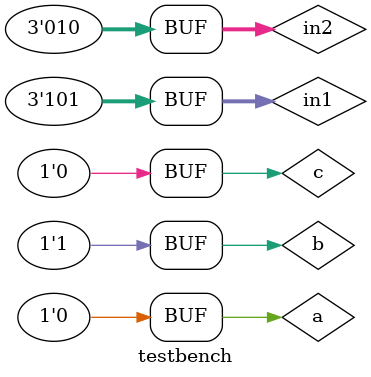
<source format=sv>
module testbench;
    logic [2:0] in1, in2;
    logic a, b, c;
    logic [2:0] out1;

    exe5 uut (
        .in1(in1),
        .in2(in2),
        .a(a),
        .b(b),
        .c(c),
        .out1(out1)
    );

    initial begin
        $monitor("in1=%b, in2=%b, a=%b, b=%b, c=%b -> out1=%b", in1, in2, a, b, c, out1);

        in1 = 3'b101; in2 = 3'b010;
        a = 0; b = 0; c = 0; #10;
        a = 1; b = 0; c = 0; #10;
        a = 0; b = 1; c = 1; #10;
        a = 0; b = 1; c = 0; #10;
    end
endmodule
</source>
